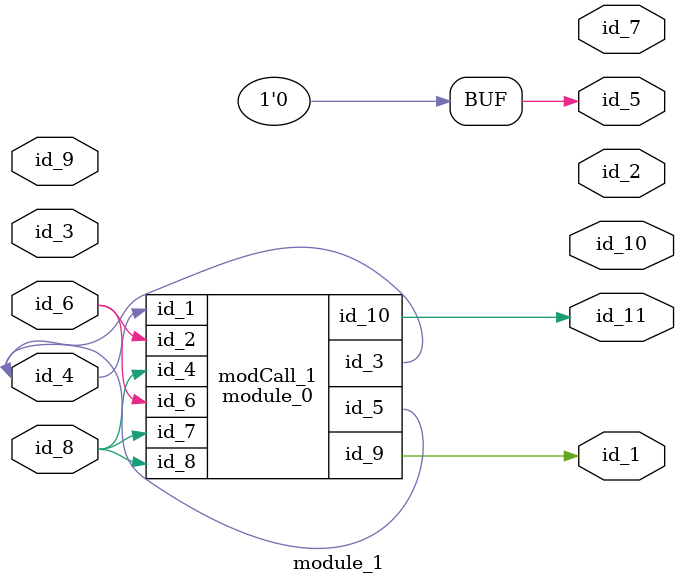
<source format=v>
module module_0 (
    id_1,
    id_2,
    id_3,
    id_4,
    id_5,
    id_6,
    id_7,
    id_8,
    id_9,
    id_10
);
  output wire id_10;
  output wire id_9;
  input wire id_8;
  input wire id_7;
  input wire id_6;
  inout wire id_5;
  input wire id_4;
  inout wire id_3;
  input wire id_2;
  input wire id_1;
  assign id_10 = -1;
endmodule
module module_1 (
    id_1,
    id_2,
    id_3,
    id_4,
    id_5,
    id_6,
    id_7,
    id_8,
    id_9,
    id_10,
    id_11
);
  output wire id_11;
  output wire id_10;
  inout wire id_9;
  input wire id_8;
  output wire id_7;
  inout wire id_6;
  output wire id_5;
  inout wire id_4;
  input wire id_3;
  output wire id_2;
  output wire id_1;
  always id_5 <= 1'b0;
  assign id_9[-1] = -1;
  module_0 modCall_1 (
      id_4,
      id_6,
      id_4,
      id_8,
      id_4,
      id_6,
      id_8,
      id_8,
      id_1,
      id_11
  );
  parameter id_12 = id_3;
endmodule

</source>
